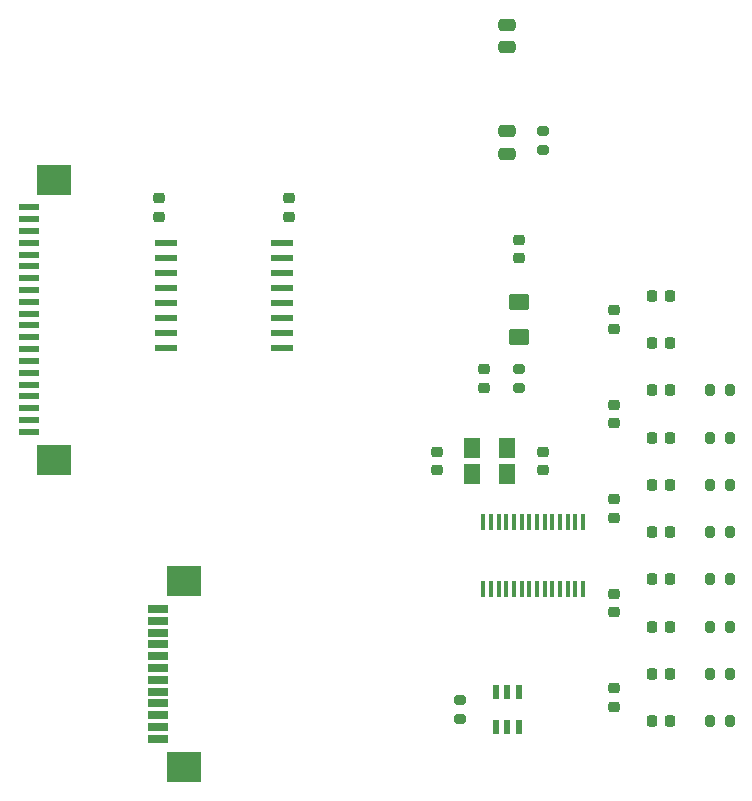
<source format=gbr>
%TF.GenerationSoftware,KiCad,Pcbnew,9.0.3*%
%TF.CreationDate,2025-07-19T18:36:15+03:00*%
%TF.ProjectId,PMCNV-AI4W,504d434e-562d-4414-9934-572e6b696361,rev?*%
%TF.SameCoordinates,Original*%
%TF.FileFunction,Paste,Top*%
%TF.FilePolarity,Positive*%
%FSLAX46Y46*%
G04 Gerber Fmt 4.6, Leading zero omitted, Abs format (unit mm)*
G04 Created by KiCad (PCBNEW 9.0.3) date 2025-07-19 18:36:15*
%MOMM*%
%LPD*%
G01*
G04 APERTURE LIST*
G04 Aperture macros list*
%AMRoundRect*
0 Rectangle with rounded corners*
0 $1 Rounding radius*
0 $2 $3 $4 $5 $6 $7 $8 $9 X,Y pos of 4 corners*
0 Add a 4 corners polygon primitive as box body*
4,1,4,$2,$3,$4,$5,$6,$7,$8,$9,$2,$3,0*
0 Add four circle primitives for the rounded corners*
1,1,$1+$1,$2,$3*
1,1,$1+$1,$4,$5*
1,1,$1+$1,$6,$7*
1,1,$1+$1,$8,$9*
0 Add four rect primitives between the rounded corners*
20,1,$1+$1,$2,$3,$4,$5,0*
20,1,$1+$1,$4,$5,$6,$7,0*
20,1,$1+$1,$6,$7,$8,$9,0*
20,1,$1+$1,$8,$9,$2,$3,0*%
G04 Aperture macros list end*
%ADD10RoundRect,0.200000X-0.200000X-0.275000X0.200000X-0.275000X0.200000X0.275000X-0.200000X0.275000X0*%
%ADD11RoundRect,0.225000X0.225000X0.250000X-0.225000X0.250000X-0.225000X-0.250000X0.225000X-0.250000X0*%
%ADD12RoundRect,0.225000X0.250000X-0.225000X0.250000X0.225000X-0.250000X0.225000X-0.250000X-0.225000X0*%
%ADD13RoundRect,0.200000X-0.275000X0.200000X-0.275000X-0.200000X0.275000X-0.200000X0.275000X0.200000X0*%
%ADD14RoundRect,0.200000X0.275000X-0.200000X0.275000X0.200000X-0.275000X0.200000X-0.275000X-0.200000X0*%
%ADD15RoundRect,0.250001X0.624999X-0.462499X0.624999X0.462499X-0.624999X0.462499X-0.624999X-0.462499X0*%
%ADD16R,1.803400X0.635000*%
%ADD17R,2.997200X2.590800*%
%ADD18R,1.397000X1.738275*%
%ADD19R,1.854200X0.482600*%
%ADD20RoundRect,0.250000X0.475000X-0.250000X0.475000X0.250000X-0.475000X0.250000X-0.475000X-0.250000X0*%
%ADD21R,1.800000X0.600000*%
%ADD22R,3.000000X2.600000*%
%ADD23R,0.558800X1.181100*%
%ADD24R,0.355600X1.473200*%
%ADD25RoundRect,0.250000X-0.475000X0.250000X-0.475000X-0.250000X0.475000X-0.250000X0.475000X0.250000X0*%
%ADD26RoundRect,0.225000X-0.250000X0.225000X-0.250000X-0.225000X0.250000X-0.225000X0.250000X0.225000X0*%
G04 APERTURE END LIST*
D10*
%TO.C,R5*%
X21175000Y6000000D03*
X22825000Y6000000D03*
%TD*%
%TO.C,R9*%
X21175000Y-10000000D03*
X22825000Y-10000000D03*
%TD*%
D11*
%TO.C,C20*%
X17775000Y14000000D03*
X16225000Y14000000D03*
%TD*%
%TO.C,C21*%
X17775000Y10000000D03*
X16225000Y10000000D03*
%TD*%
D12*
%TO.C,C9*%
X2000000Y14225000D03*
X2000000Y15775000D03*
%TD*%
%TO.C,C17*%
X13000000Y-12775000D03*
X13000000Y-11225000D03*
%TD*%
%TO.C,C14*%
X13000000Y11225000D03*
X13000000Y12775000D03*
%TD*%
D11*
%TO.C,C19*%
X17775000Y18000000D03*
X16225000Y18000000D03*
%TD*%
D12*
%TO.C,C15*%
X13000000Y3225000D03*
X13000000Y4775000D03*
%TD*%
D11*
%TO.C,C18*%
X17775000Y22000000D03*
X16225000Y22000000D03*
%TD*%
D13*
%TO.C,R2*%
X5000000Y15825000D03*
X5000000Y14175000D03*
%TD*%
D11*
%TO.C,C25*%
X17775000Y-6000000D03*
X16225000Y-6000000D03*
%TD*%
D10*
%TO.C,R4*%
X21175000Y10000000D03*
X22825000Y10000000D03*
%TD*%
D11*
%TO.C,C23*%
X17775000Y2000000D03*
X16225000Y2000000D03*
%TD*%
D12*
%TO.C,C7*%
X-2000000Y7225000D03*
X-2000000Y8775000D03*
%TD*%
D14*
%TO.C,R18*%
X7000000Y34350000D03*
X7000000Y36000000D03*
%TD*%
D15*
%TO.C,L1*%
X5000000Y18512500D03*
X5000000Y21487500D03*
%TD*%
D16*
%TO.C,J2*%
X-25556000Y-15499992D03*
X-25556000Y-14499994D03*
X-25556000Y-13499996D03*
X-25556000Y-12499998D03*
X-25556000Y-11500000D03*
X-25556000Y-10500000D03*
X-25556000Y-9500000D03*
X-25556000Y-8500000D03*
X-25556000Y-7500002D03*
X-25556000Y-6500004D03*
X-25556000Y-5500006D03*
X-25556000Y-4500008D03*
D17*
X-23385999Y-17850003D03*
X-23385999Y-2149997D03*
%TD*%
D14*
%TO.C,R1*%
X0Y-13825000D03*
X0Y-12175000D03*
%TD*%
D18*
%TO.C,C8*%
X1000000Y6913337D03*
X1000000Y9086663D03*
%TD*%
D11*
%TO.C,C24*%
X17775000Y-2000000D03*
X16225000Y-2000000D03*
%TD*%
D19*
%TO.C,U5*%
X-24876800Y26445000D03*
X-24876800Y25175000D03*
X-24876800Y23905000D03*
X-24876800Y22635000D03*
X-24876800Y21365000D03*
X-24876800Y20095000D03*
X-24876800Y18825000D03*
X-24876800Y17555000D03*
X-15123200Y17555000D03*
X-15123200Y18825000D03*
X-15123200Y20095000D03*
X-15123200Y21365000D03*
X-15123200Y22635000D03*
X-15123200Y23905000D03*
X-15123200Y25175000D03*
X-15123200Y26445000D03*
%TD*%
D12*
%TO.C,C16*%
X13000000Y-4775000D03*
X13000000Y-3225000D03*
%TD*%
D20*
%TO.C,C2*%
X4000000Y34050000D03*
X4000000Y35950000D03*
%TD*%
D21*
%TO.C,JM1*%
X-36546000Y10500000D03*
X-36546000Y11500000D03*
X-36546000Y12500000D03*
X-36546000Y13500000D03*
X-36546000Y14500000D03*
X-36546000Y15500000D03*
X-36546000Y16500000D03*
X-36546000Y17500000D03*
X-36546000Y18500000D03*
X-36546000Y19500000D03*
X-36546000Y20500000D03*
X-36546000Y21500000D03*
X-36546000Y22500000D03*
X-36546000Y23500000D03*
X-36546000Y24500000D03*
X-36546000Y25500000D03*
X-36546000Y26500000D03*
X-36546000Y27500000D03*
X-36546000Y28500000D03*
X-36546000Y29500000D03*
D22*
X-34375000Y8150000D03*
X-34375000Y31850000D03*
%TD*%
D23*
%TO.C,U6*%
X4950001Y-11533150D03*
X4000000Y-11533150D03*
X3049999Y-11533150D03*
X3049999Y-14466850D03*
X4000000Y-14466850D03*
X4950001Y-14466850D03*
%TD*%
D11*
%TO.C,C27*%
X17775000Y-14000000D03*
X16225000Y-14000000D03*
%TD*%
D12*
%TO.C,C11*%
X5000000Y25225000D03*
X5000000Y26775000D03*
%TD*%
D24*
%TO.C,U7*%
X1950000Y-2819400D03*
X2600001Y-2819400D03*
X3250000Y-2819400D03*
X3900001Y-2819400D03*
X4549999Y-2819400D03*
X5200001Y-2819400D03*
X5849999Y-2819400D03*
X6499998Y-2819400D03*
X7149999Y-2819400D03*
X7799998Y-2819400D03*
X8449999Y-2819400D03*
X9099998Y-2819400D03*
X9749999Y-2819400D03*
X10399998Y-2819400D03*
X10400000Y2819400D03*
X9749999Y2819400D03*
X9100000Y2819400D03*
X8449999Y2819400D03*
X7800001Y2819400D03*
X7149999Y2819400D03*
X6500001Y2819400D03*
X5849999Y2819400D03*
X5200001Y2819400D03*
X4549999Y2819400D03*
X3900001Y2819400D03*
X3250000Y2819400D03*
X2600001Y2819400D03*
X1950000Y2819400D03*
%TD*%
D25*
%TO.C,C1*%
X4000000Y44950000D03*
X4000000Y43050000D03*
%TD*%
D12*
%TO.C,C12*%
X7000000Y7225000D03*
X7000000Y8775000D03*
%TD*%
D10*
%TO.C,R7*%
X21175000Y-2000000D03*
X22825000Y-2000000D03*
%TD*%
D12*
%TO.C,C13*%
X13000000Y19225000D03*
X13000000Y20775000D03*
%TD*%
D11*
%TO.C,C26*%
X17775000Y-10000000D03*
X16225000Y-10000000D03*
%TD*%
D10*
%TO.C,R3*%
X21175000Y14000000D03*
X22825000Y14000000D03*
%TD*%
D11*
%TO.C,C22*%
X17775000Y6000000D03*
X16225000Y6000000D03*
%TD*%
D10*
%TO.C,R8*%
X21175000Y-6000000D03*
X22825000Y-6000000D03*
%TD*%
D18*
%TO.C,C10*%
X4000000Y6913337D03*
X4000000Y9086663D03*
%TD*%
D26*
%TO.C,C5*%
X-14500000Y30275000D03*
X-14500000Y28725000D03*
%TD*%
D12*
%TO.C,C3*%
X-25500000Y28725000D03*
X-25500000Y30275000D03*
%TD*%
D10*
%TO.C,R6*%
X21175000Y2000000D03*
X22825000Y2000000D03*
%TD*%
%TO.C,R10*%
X21175000Y-14000000D03*
X22825000Y-14000000D03*
%TD*%
M02*

</source>
